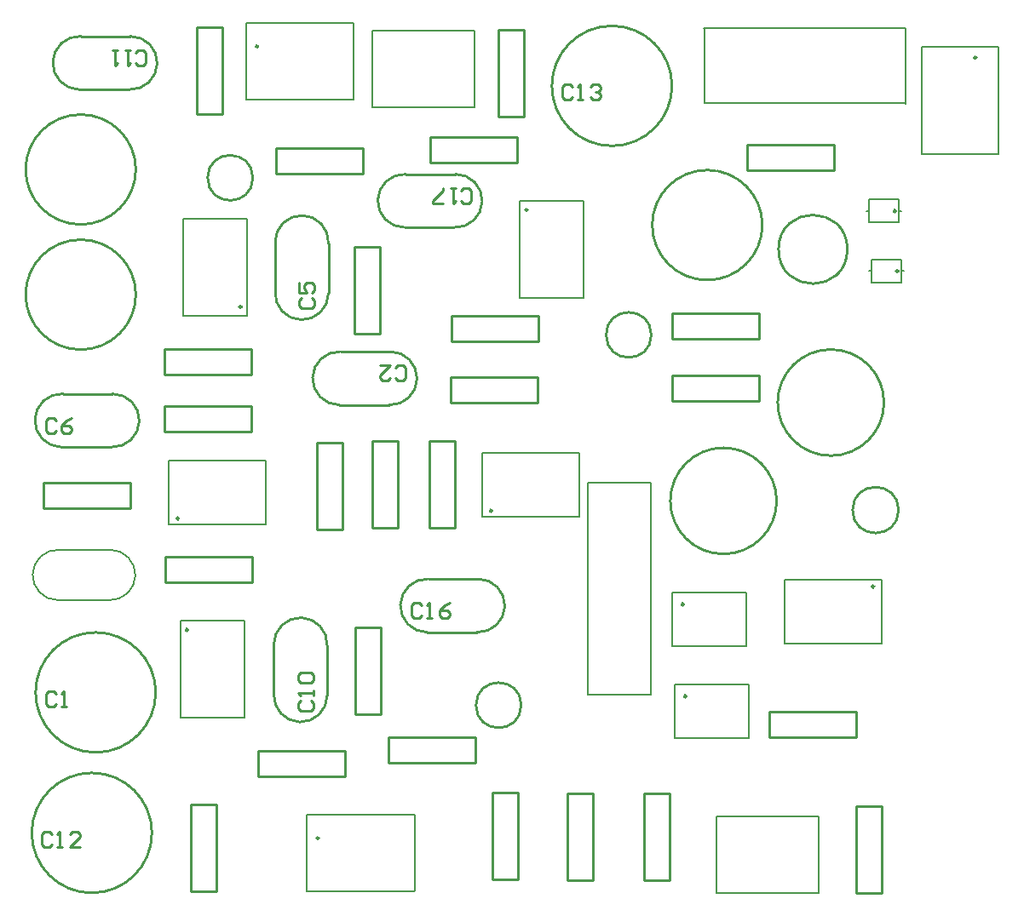
<source format=gm1>
G04*
G04 #@! TF.GenerationSoftware,Altium Limited,Altium Designer,21.2.0 (30)*
G04*
G04 Layer_Color=16711935*
%FSLAX44Y44*%
%MOMM*%
G71*
G04*
G04 #@! TF.SameCoordinates,A6CD76A2-BFCB-4AF9-B6D0-9A86C89395A1*
G04*
G04*
G04 #@! TF.FilePolarity,Positive*
G04*
G01*
G75*
%ADD11C,0.2000*%
%ADD12C,0.2540*%
%ADD13C,0.1270*%
D11*
X115719Y302640D02*
G03*
X116910Y352708I1191J25020D01*
G01*
X66031Y352680D02*
G03*
X64840Y302612I-1191J-25020D01*
G01*
X999925Y745999D02*
Y852887D01*
X999858Y745931D02*
X999925Y745999D01*
X924269Y745931D02*
X999858D01*
X923775Y746425D02*
X924269Y745931D01*
X923775Y746425D02*
Y852718D01*
X923971Y852914D01*
X999897D01*
X707207Y796907D02*
X906633D01*
X707207D02*
Y798177D01*
Y870603D01*
X706590Y871220D02*
X707207Y870603D01*
X706590Y871220D02*
X907250D01*
Y796290D02*
Y871220D01*
X252013Y876735D02*
X358901D01*
X358969Y876668D01*
Y801079D02*
Y876668D01*
X358475Y800585D02*
X358969Y801079D01*
X252182Y800585D02*
X358475D01*
X251986Y800781D02*
X252182Y800585D01*
X251986Y800781D02*
Y876707D01*
X312413Y89335D02*
X419301D01*
X419369Y89268D01*
Y13679D02*
Y89268D01*
X418875Y13185D02*
X419369Y13679D01*
X312582Y13185D02*
X418875D01*
X312386Y13381D02*
X312582Y13185D01*
X312386Y13381D02*
Y89307D01*
X377590Y792480D02*
Y868680D01*
Y792480D02*
X479190D01*
Y868680D01*
X377590D02*
X479190D01*
X719690Y11430D02*
Y87630D01*
Y11430D02*
X821290D01*
Y87630D01*
X719690D02*
X821290D01*
X678180Y165100D02*
Y218440D01*
Y165100D02*
X751840D01*
Y218440D01*
X678180D02*
X751840D01*
X675640Y256540D02*
Y309880D01*
Y256540D02*
X749300D01*
Y309880D01*
X675640D02*
X749300D01*
X900460Y689610D02*
Y701040D01*
X871250D02*
X900460D01*
X871250Y689610D02*
Y701040D01*
X868710Y689610D02*
X871250D01*
X868710D02*
X871250D01*
Y678180D02*
Y689610D01*
Y678180D02*
X900460D01*
Y689610D01*
X903000D01*
X902970Y629920D02*
Y641350D01*
X873760D02*
X902970D01*
X873760Y629920D02*
Y641350D01*
X871220Y629920D02*
X873760D01*
X871220D02*
X873760D01*
Y618490D02*
Y629920D01*
Y618490D02*
X902970D01*
Y629920D01*
X905510D01*
X64840Y302612D02*
X115690D01*
X66031Y352680D02*
X116882D01*
X654050Y208280D02*
Y419100D01*
X591820Y208280D02*
X654050D01*
X591820D02*
Y419100D01*
X654050D01*
D12*
X977822Y842160D02*
G03*
X977822Y842160I-1192J0D01*
G01*
X263932Y853440D02*
G03*
X263932Y853440I-1192J0D01*
G01*
X324333Y66040D02*
G03*
X324333Y66040I-1192J0D01*
G01*
X885943Y499110D02*
G03*
X885943Y499110I-52823J0D01*
G01*
X779263Y401320D02*
G03*
X779263Y401320I-52823J0D01*
G01*
X849536Y651510D02*
G03*
X849536Y651510I-34196J0D01*
G01*
X900430Y392190D02*
G03*
X900430Y392190I-22860J0D01*
G01*
X689610Y207010D02*
G03*
X689610Y207010I-1270J0D01*
G01*
X687070Y298450D02*
G03*
X687070Y298450I-1270J0D01*
G01*
X897920Y689610D02*
G03*
X897920Y689610I-1270J0D01*
G01*
X900430Y629920D02*
G03*
X900430Y629920I-1270J0D01*
G01*
X394046Y496755D02*
G03*
X395370Y549758I1324J26485D01*
G01*
X345894Y549725D02*
G03*
X344570Y496722I-1324J-26485D01*
G01*
X280855Y609254D02*
G03*
X333858Y607930I26485J-1324D01*
G01*
X333825Y657406D02*
G03*
X280822Y658730I-26485J1324D01*
G01*
X69904Y507815D02*
G03*
X68580Y454812I-1324J-26485D01*
G01*
X118056Y454845D02*
G03*
X119380Y507848I1324J26485D01*
G01*
X279585Y209204D02*
G03*
X332588Y207880I26485J-1324D01*
G01*
X332555Y257356D02*
G03*
X279552Y258680I-26485J1324D01*
G01*
X135836Y810445D02*
G03*
X137160Y863448I1324J26485D01*
G01*
X87684Y863415D02*
G03*
X86360Y810412I-1324J-26485D01*
G01*
X433124Y323665D02*
G03*
X431800Y270662I-1324J-26485D01*
G01*
X481276Y270695D02*
G03*
X482600Y323698I1324J26485D01*
G01*
X458816Y673285D02*
G03*
X460140Y726288I1324J26485D01*
G01*
X410664Y726255D02*
G03*
X409340Y673252I-1324J-26485D01*
G01*
X142343Y606436D02*
G03*
X142343Y606436I-54713J0D01*
G01*
Y730896D02*
G03*
X142343Y730896I-54713J0D01*
G01*
X765043Y675640D02*
G03*
X765043Y675640I-54713J0D01*
G01*
X247650Y594360D02*
G03*
X247650Y594360I-1270J0D01*
G01*
X185420Y383870D02*
G03*
X185420Y383870I-1270J0D01*
G01*
X194310Y273050D02*
G03*
X194310Y273050I-1270J0D01*
G01*
X531800Y690880D02*
G03*
X531800Y690880I-1270J0D01*
G01*
X496570Y391490D02*
G03*
X496570Y391490I-1270J0D01*
G01*
X876300Y316230D02*
G03*
X876300Y316230I-1270J0D01*
G01*
X258689Y722630D02*
G03*
X258689Y722630I-22469J0D01*
G01*
X654709Y566420D02*
G03*
X654709Y566420I-22469J0D01*
G01*
X525389Y198120D02*
G03*
X525389Y198120I-22469J0D01*
G01*
X162183Y210820D02*
G03*
X162183Y210820I-59703J0D01*
G01*
X158373Y71120D02*
G03*
X158373Y71120I-59703J0D01*
G01*
X675264Y814070D02*
G03*
X675264Y814070I-59703J0D01*
G01*
X50800Y393700D02*
Y419100D01*
Y393700D02*
X137160D01*
Y419100D01*
X50800D02*
X137160D01*
X258040Y320040D02*
Y345440D01*
X171680D02*
X258040D01*
X171680Y320040D02*
Y345440D01*
Y320040D02*
X258040D01*
X171220Y469900D02*
Y495300D01*
Y469900D02*
X257580D01*
Y495300D01*
X171220D02*
X257580D01*
X496570Y25170D02*
X521970D01*
Y111530D01*
X496570D02*
X521970D01*
X496570Y25170D02*
Y111530D01*
X359410Y567460D02*
X384810D01*
Y653820D01*
X359410D02*
X384810D01*
X359410Y567460D02*
Y653820D01*
X203200Y785900D02*
X228600D01*
Y872260D01*
X203200D02*
X228600D01*
X203200Y785900D02*
Y872260D01*
X256770Y527050D02*
Y552450D01*
X170410D02*
X256770D01*
X170410Y527050D02*
Y552450D01*
Y527050D02*
X256770D01*
X281710Y726440D02*
Y751840D01*
Y726440D02*
X368070D01*
Y751840D01*
X281710D02*
X368070D01*
X360680Y189000D02*
X386080D01*
Y275360D01*
X360680D02*
X386080D01*
X360680Y189000D02*
Y275360D01*
X322580Y373150D02*
X347980D01*
Y459510D01*
X322580D02*
X347980D01*
X322580Y373150D02*
Y459510D01*
X263930Y127000D02*
Y152400D01*
Y127000D02*
X350290D01*
Y152400D01*
X263930D02*
X350290D01*
X197249Y12590D02*
X222649D01*
Y98950D01*
X197249D02*
X222649D01*
X197249Y12590D02*
Y98950D01*
X377190Y374420D02*
X402590D01*
Y460780D01*
X377190D02*
X402590D01*
X377190Y374420D02*
Y460780D01*
X835890Y730250D02*
Y755650D01*
X749530D02*
X835890D01*
X749530Y730250D02*
Y755650D01*
Y730250D02*
X835890D01*
X542290Y560070D02*
Y585470D01*
X455930D02*
X542290D01*
X455930Y560070D02*
Y585470D01*
Y560070D02*
X542290D01*
X520930Y737870D02*
Y763270D01*
X434570D02*
X520930D01*
X434570Y737870D02*
Y763270D01*
Y737870D02*
X520930D01*
X502920Y870180D02*
X528320D01*
X502920Y783820D02*
Y870180D01*
Y783820D02*
X528320D01*
Y870180D01*
X541250Y499110D02*
Y524510D01*
X454890D02*
X541250D01*
X454890Y499110D02*
Y524510D01*
Y499110D02*
X541250D01*
X434340Y461010D02*
X459740D01*
X434340Y374650D02*
Y461010D01*
Y374650D02*
X459740D01*
Y461010D01*
X571500Y23900D02*
X596900D01*
Y110260D01*
X571500D02*
X596900D01*
X571500Y23900D02*
Y110260D01*
X393470Y140970D02*
Y166370D01*
Y140970D02*
X479830D01*
Y166370D01*
X393470D02*
X479830D01*
X675640Y562610D02*
Y588010D01*
Y562610D02*
X762000D01*
Y588010D01*
X675640D02*
X762000D01*
X647700Y23900D02*
X673100D01*
Y110260D01*
X647700D02*
X673100D01*
X647700Y23900D02*
Y110260D01*
X858520Y98020D02*
X883920D01*
X858520Y11660D02*
Y98020D01*
Y11660D02*
X883920D01*
Y98020D01*
X771930Y166370D02*
Y191770D01*
Y166370D02*
X858290D01*
Y191770D01*
X771930D02*
X858290D01*
X675640Y500380D02*
Y525780D01*
Y500380D02*
X762000D01*
Y525780D01*
X675640D02*
X762000D01*
X344603Y496755D02*
X394046D01*
X345927Y549758D02*
X395370D01*
X280855Y609254D02*
Y658697D01*
X333858Y607930D02*
Y657373D01*
X69904Y507815D02*
X119347D01*
X68580Y454812D02*
X118023D01*
X279585Y209204D02*
Y258647D01*
X332588Y207880D02*
Y257323D01*
X86393Y810445D02*
X135836D01*
X87717Y863448D02*
X137160D01*
X433124Y323665D02*
X482567D01*
X431800Y270662D02*
X481243D01*
X409373Y673285D02*
X458816D01*
X410697Y726288D02*
X460140D01*
X59297Y69846D02*
X56757Y72385D01*
X51679D01*
X49140Y69846D01*
Y59689D01*
X51679Y57150D01*
X56757D01*
X59297Y59689D01*
X64375Y57150D02*
X69453D01*
X66914D01*
Y72385D01*
X64375Y69846D01*
X87228Y57150D02*
X77071D01*
X87228Y67307D01*
Y69846D01*
X84689Y72385D01*
X79610D01*
X77071Y69846D01*
X576187Y812796D02*
X573647Y815335D01*
X568569D01*
X566030Y812796D01*
Y802639D01*
X568569Y800100D01*
X573647D01*
X576187Y802639D01*
X581265Y800100D02*
X586343D01*
X583804D01*
Y815335D01*
X581265Y812796D01*
X593961D02*
X596500Y815335D01*
X601578D01*
X604118Y812796D01*
Y810257D01*
X601578Y807718D01*
X599039D01*
X601578D01*
X604118Y805178D01*
Y802639D01*
X601578Y800100D01*
X596500D01*
X593961Y802639D01*
X63107Y209546D02*
X60567Y212085D01*
X55489D01*
X52950Y209546D01*
Y199389D01*
X55489Y196850D01*
X60567D01*
X63107Y199389D01*
X68185Y196850D02*
X73263D01*
X70724D01*
Y212085D01*
X68185Y209546D01*
X400453Y523244D02*
X402993Y520705D01*
X408071D01*
X410610Y523244D01*
Y533401D01*
X408071Y535940D01*
X402993D01*
X400453Y533401D01*
X385218Y535940D02*
X395375D01*
X385218Y525783D01*
Y523244D01*
X387757Y520705D01*
X392836D01*
X395375Y523244D01*
X307344Y602847D02*
X304805Y600308D01*
Y595229D01*
X307344Y592690D01*
X317501D01*
X320040Y595229D01*
Y600308D01*
X317501Y602847D01*
X304805Y618082D02*
Y607925D01*
X312423D01*
X309883Y613003D01*
Y615543D01*
X312423Y618082D01*
X317501D01*
X320040Y615543D01*
Y610464D01*
X317501Y607925D01*
X63497Y481326D02*
X60957Y483865D01*
X55879D01*
X53340Y481326D01*
Y471169D01*
X55879Y468630D01*
X60957D01*
X63497Y471169D01*
X78732Y483865D02*
X73653Y481326D01*
X68575Y476247D01*
Y471169D01*
X71114Y468630D01*
X76193D01*
X78732Y471169D01*
Y473708D01*
X76193Y476247D01*
X68575D01*
X306074Y202797D02*
X303535Y200257D01*
Y195179D01*
X306074Y192640D01*
X316231D01*
X318770Y195179D01*
Y200257D01*
X316231Y202797D01*
X318770Y207875D02*
Y212953D01*
Y210414D01*
X303535D01*
X306074Y207875D01*
Y220571D02*
X303535Y223110D01*
Y228188D01*
X306074Y230728D01*
X316231D01*
X318770Y228188D01*
Y223110D01*
X316231Y220571D01*
X306074D01*
X142243Y836934D02*
X144782Y834395D01*
X149861D01*
X152400Y836934D01*
Y847091D01*
X149861Y849630D01*
X144782D01*
X142243Y847091D01*
X137165Y849630D02*
X132087D01*
X134626D01*
Y834395D01*
X137165Y836934D01*
X124469Y849630D02*
X119391D01*
X121930D01*
Y834395D01*
X124469Y836934D01*
X426717Y297176D02*
X424178Y299715D01*
X419099D01*
X416560Y297176D01*
Y287019D01*
X419099Y284480D01*
X424178D01*
X426717Y287019D01*
X431795Y284480D02*
X436873D01*
X434334D01*
Y299715D01*
X431795Y297176D01*
X454648Y299715D02*
X449569Y297176D01*
X444491Y292097D01*
Y287019D01*
X447030Y284480D01*
X452108D01*
X454648Y287019D01*
Y289558D01*
X452108Y292097D01*
X444491D01*
X465223Y699774D02*
X467762Y697235D01*
X472841D01*
X475380Y699774D01*
Y709931D01*
X472841Y712470D01*
X467762D01*
X465223Y709931D01*
X460145Y712470D02*
X455067D01*
X457606D01*
Y697235D01*
X460145Y699774D01*
X447449Y697235D02*
X437292D01*
Y699774D01*
X447449Y709931D01*
Y712470D01*
D13*
X252730Y585470D02*
Y681990D01*
X189230D02*
X252730D01*
X189230Y585470D02*
Y681990D01*
Y585470D02*
X252730D01*
X175260Y377520D02*
X271780D01*
Y441020D01*
X175260D02*
X271780D01*
X175260Y377520D02*
Y441020D01*
X186690Y185420D02*
Y281940D01*
Y185420D02*
X250190D01*
Y281940D01*
X186690D02*
X250190D01*
X524180Y603250D02*
Y699770D01*
Y603250D02*
X587680D01*
Y699770D01*
X524180D02*
X587680D01*
X486410Y385140D02*
X582930D01*
Y448640D01*
X486410D02*
X582930D01*
X486410Y385140D02*
Y448640D01*
X787400Y322580D02*
X883920D01*
X787400Y259080D02*
Y322580D01*
Y259080D02*
X883920D01*
Y322580D01*
M02*

</source>
